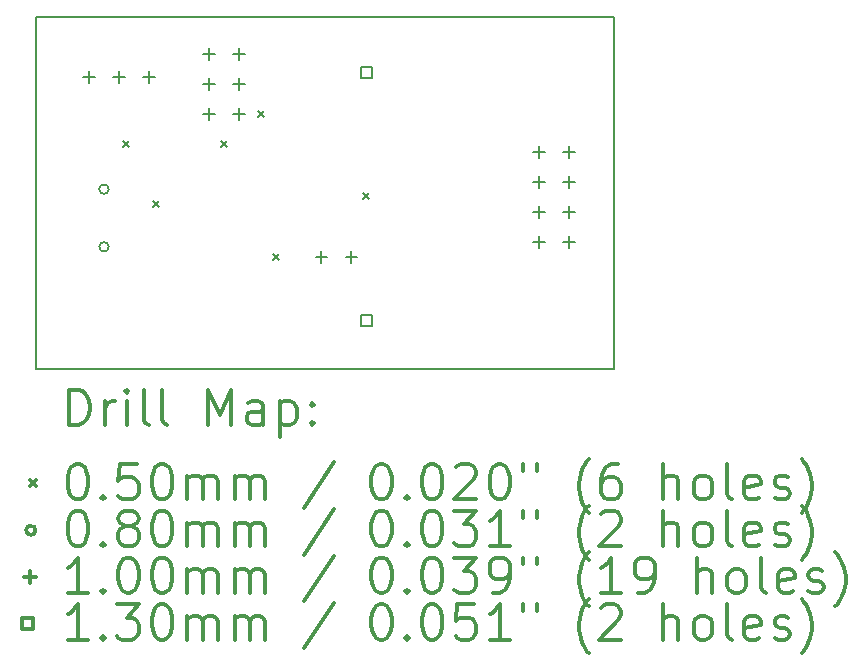
<source format=gbr>
%FSLAX45Y45*%
G04 Gerber Fmt 4.5, Leading zero omitted, Abs format (unit mm)*
G04 Created by KiCad (PCBNEW (5.0.1)-rc2) date 2018-11-22 19:59:01*
%MOMM*%
%LPD*%
G01*
G04 APERTURE LIST*
%ADD10C,0.150000*%
%ADD11C,0.200000*%
%ADD12C,0.300000*%
G04 APERTURE END LIST*
D10*
X20256500Y-8001000D02*
X20256500Y-5016500D01*
X15367000Y-8001000D02*
X20256500Y-8001000D01*
X15367000Y-5016500D02*
X15367000Y-8001000D01*
X20256500Y-5016500D02*
X15367000Y-5016500D01*
D11*
X16104000Y-6071000D02*
X16154000Y-6121000D01*
X16154000Y-6071000D02*
X16104000Y-6121000D01*
X16358000Y-6579000D02*
X16408000Y-6629000D01*
X16408000Y-6579000D02*
X16358000Y-6629000D01*
X16929500Y-6071000D02*
X16979500Y-6121000D01*
X16979500Y-6071000D02*
X16929500Y-6121000D01*
X17247000Y-5817000D02*
X17297000Y-5867000D01*
X17297000Y-5817000D02*
X17247000Y-5867000D01*
X17374000Y-7023500D02*
X17424000Y-7073500D01*
X17424000Y-7023500D02*
X17374000Y-7073500D01*
X18136000Y-6513900D02*
X18186000Y-6563900D01*
X18186000Y-6513900D02*
X18136000Y-6563900D01*
X15978500Y-6477000D02*
G75*
G03X15978500Y-6477000I-40000J0D01*
G01*
X15978500Y-6965000D02*
G75*
G03X15978500Y-6965000I-40000J0D01*
G01*
X16827500Y-5284000D02*
X16827500Y-5384000D01*
X16777500Y-5334000D02*
X16877500Y-5334000D01*
X16827500Y-5538000D02*
X16827500Y-5638000D01*
X16777500Y-5588000D02*
X16877500Y-5588000D01*
X16827500Y-5792000D02*
X16827500Y-5892000D01*
X16777500Y-5842000D02*
X16877500Y-5842000D01*
X17081500Y-5284000D02*
X17081500Y-5384000D01*
X17031500Y-5334000D02*
X17131500Y-5334000D01*
X17081500Y-5538000D02*
X17081500Y-5638000D01*
X17031500Y-5588000D02*
X17131500Y-5588000D01*
X17081500Y-5792000D02*
X17081500Y-5892000D01*
X17031500Y-5842000D02*
X17131500Y-5842000D01*
X19621500Y-6109500D02*
X19621500Y-6209500D01*
X19571500Y-6159500D02*
X19671500Y-6159500D01*
X19621500Y-6363500D02*
X19621500Y-6463500D01*
X19571500Y-6413500D02*
X19671500Y-6413500D01*
X19621500Y-6617500D02*
X19621500Y-6717500D01*
X19571500Y-6667500D02*
X19671500Y-6667500D01*
X19621500Y-6871500D02*
X19621500Y-6971500D01*
X19571500Y-6921500D02*
X19671500Y-6921500D01*
X19875500Y-6109500D02*
X19875500Y-6209500D01*
X19825500Y-6159500D02*
X19925500Y-6159500D01*
X19875500Y-6363500D02*
X19875500Y-6463500D01*
X19825500Y-6413500D02*
X19925500Y-6413500D01*
X19875500Y-6617500D02*
X19875500Y-6717500D01*
X19825500Y-6667500D02*
X19925500Y-6667500D01*
X19875500Y-6871500D02*
X19875500Y-6971500D01*
X19825500Y-6921500D02*
X19925500Y-6921500D01*
X17780000Y-6998500D02*
X17780000Y-7098500D01*
X17730000Y-7048500D02*
X17830000Y-7048500D01*
X18034000Y-6998500D02*
X18034000Y-7098500D01*
X17984000Y-7048500D02*
X18084000Y-7048500D01*
X15811500Y-5474500D02*
X15811500Y-5574500D01*
X15761500Y-5524500D02*
X15861500Y-5524500D01*
X16065500Y-5474500D02*
X16065500Y-5574500D01*
X16015500Y-5524500D02*
X16115500Y-5524500D01*
X16319500Y-5474500D02*
X16319500Y-5574500D01*
X16269500Y-5524500D02*
X16369500Y-5524500D01*
X18206962Y-5534962D02*
X18206962Y-5443038D01*
X18115038Y-5443038D01*
X18115038Y-5534962D01*
X18206962Y-5534962D01*
X18206962Y-7634962D02*
X18206962Y-7543038D01*
X18115038Y-7543038D01*
X18115038Y-7634962D01*
X18206962Y-7634962D01*
D12*
X15645928Y-8474214D02*
X15645928Y-8174214D01*
X15717357Y-8174214D01*
X15760214Y-8188500D01*
X15788786Y-8217071D01*
X15803071Y-8245643D01*
X15817357Y-8302786D01*
X15817357Y-8345643D01*
X15803071Y-8402786D01*
X15788786Y-8431357D01*
X15760214Y-8459929D01*
X15717357Y-8474214D01*
X15645928Y-8474214D01*
X15945928Y-8474214D02*
X15945928Y-8274214D01*
X15945928Y-8331357D02*
X15960214Y-8302786D01*
X15974500Y-8288500D01*
X16003071Y-8274214D01*
X16031643Y-8274214D01*
X16131643Y-8474214D02*
X16131643Y-8274214D01*
X16131643Y-8174214D02*
X16117357Y-8188500D01*
X16131643Y-8202786D01*
X16145928Y-8188500D01*
X16131643Y-8174214D01*
X16131643Y-8202786D01*
X16317357Y-8474214D02*
X16288786Y-8459929D01*
X16274500Y-8431357D01*
X16274500Y-8174214D01*
X16474500Y-8474214D02*
X16445928Y-8459929D01*
X16431643Y-8431357D01*
X16431643Y-8174214D01*
X16817357Y-8474214D02*
X16817357Y-8174214D01*
X16917357Y-8388500D01*
X17017357Y-8174214D01*
X17017357Y-8474214D01*
X17288786Y-8474214D02*
X17288786Y-8317071D01*
X17274500Y-8288500D01*
X17245928Y-8274214D01*
X17188786Y-8274214D01*
X17160214Y-8288500D01*
X17288786Y-8459929D02*
X17260214Y-8474214D01*
X17188786Y-8474214D01*
X17160214Y-8459929D01*
X17145928Y-8431357D01*
X17145928Y-8402786D01*
X17160214Y-8374214D01*
X17188786Y-8359929D01*
X17260214Y-8359929D01*
X17288786Y-8345643D01*
X17431643Y-8274214D02*
X17431643Y-8574214D01*
X17431643Y-8288500D02*
X17460214Y-8274214D01*
X17517357Y-8274214D01*
X17545928Y-8288500D01*
X17560214Y-8302786D01*
X17574500Y-8331357D01*
X17574500Y-8417072D01*
X17560214Y-8445643D01*
X17545928Y-8459929D01*
X17517357Y-8474214D01*
X17460214Y-8474214D01*
X17431643Y-8459929D01*
X17703071Y-8445643D02*
X17717357Y-8459929D01*
X17703071Y-8474214D01*
X17688786Y-8459929D01*
X17703071Y-8445643D01*
X17703071Y-8474214D01*
X17703071Y-8288500D02*
X17717357Y-8302786D01*
X17703071Y-8317071D01*
X17688786Y-8302786D01*
X17703071Y-8288500D01*
X17703071Y-8317071D01*
X15309500Y-8943500D02*
X15359500Y-8993500D01*
X15359500Y-8943500D02*
X15309500Y-8993500D01*
X15703071Y-8804214D02*
X15731643Y-8804214D01*
X15760214Y-8818500D01*
X15774500Y-8832786D01*
X15788786Y-8861357D01*
X15803071Y-8918500D01*
X15803071Y-8989929D01*
X15788786Y-9047072D01*
X15774500Y-9075643D01*
X15760214Y-9089929D01*
X15731643Y-9104214D01*
X15703071Y-9104214D01*
X15674500Y-9089929D01*
X15660214Y-9075643D01*
X15645928Y-9047072D01*
X15631643Y-8989929D01*
X15631643Y-8918500D01*
X15645928Y-8861357D01*
X15660214Y-8832786D01*
X15674500Y-8818500D01*
X15703071Y-8804214D01*
X15931643Y-9075643D02*
X15945928Y-9089929D01*
X15931643Y-9104214D01*
X15917357Y-9089929D01*
X15931643Y-9075643D01*
X15931643Y-9104214D01*
X16217357Y-8804214D02*
X16074500Y-8804214D01*
X16060214Y-8947072D01*
X16074500Y-8932786D01*
X16103071Y-8918500D01*
X16174500Y-8918500D01*
X16203071Y-8932786D01*
X16217357Y-8947072D01*
X16231643Y-8975643D01*
X16231643Y-9047072D01*
X16217357Y-9075643D01*
X16203071Y-9089929D01*
X16174500Y-9104214D01*
X16103071Y-9104214D01*
X16074500Y-9089929D01*
X16060214Y-9075643D01*
X16417357Y-8804214D02*
X16445928Y-8804214D01*
X16474500Y-8818500D01*
X16488786Y-8832786D01*
X16503071Y-8861357D01*
X16517357Y-8918500D01*
X16517357Y-8989929D01*
X16503071Y-9047072D01*
X16488786Y-9075643D01*
X16474500Y-9089929D01*
X16445928Y-9104214D01*
X16417357Y-9104214D01*
X16388786Y-9089929D01*
X16374500Y-9075643D01*
X16360214Y-9047072D01*
X16345928Y-8989929D01*
X16345928Y-8918500D01*
X16360214Y-8861357D01*
X16374500Y-8832786D01*
X16388786Y-8818500D01*
X16417357Y-8804214D01*
X16645928Y-9104214D02*
X16645928Y-8904214D01*
X16645928Y-8932786D02*
X16660214Y-8918500D01*
X16688786Y-8904214D01*
X16731643Y-8904214D01*
X16760214Y-8918500D01*
X16774500Y-8947072D01*
X16774500Y-9104214D01*
X16774500Y-8947072D02*
X16788786Y-8918500D01*
X16817357Y-8904214D01*
X16860214Y-8904214D01*
X16888786Y-8918500D01*
X16903071Y-8947072D01*
X16903071Y-9104214D01*
X17045928Y-9104214D02*
X17045928Y-8904214D01*
X17045928Y-8932786D02*
X17060214Y-8918500D01*
X17088786Y-8904214D01*
X17131643Y-8904214D01*
X17160214Y-8918500D01*
X17174500Y-8947072D01*
X17174500Y-9104214D01*
X17174500Y-8947072D02*
X17188786Y-8918500D01*
X17217357Y-8904214D01*
X17260214Y-8904214D01*
X17288786Y-8918500D01*
X17303071Y-8947072D01*
X17303071Y-9104214D01*
X17888786Y-8789929D02*
X17631643Y-9175643D01*
X18274500Y-8804214D02*
X18303071Y-8804214D01*
X18331643Y-8818500D01*
X18345928Y-8832786D01*
X18360214Y-8861357D01*
X18374500Y-8918500D01*
X18374500Y-8989929D01*
X18360214Y-9047072D01*
X18345928Y-9075643D01*
X18331643Y-9089929D01*
X18303071Y-9104214D01*
X18274500Y-9104214D01*
X18245928Y-9089929D01*
X18231643Y-9075643D01*
X18217357Y-9047072D01*
X18203071Y-8989929D01*
X18203071Y-8918500D01*
X18217357Y-8861357D01*
X18231643Y-8832786D01*
X18245928Y-8818500D01*
X18274500Y-8804214D01*
X18503071Y-9075643D02*
X18517357Y-9089929D01*
X18503071Y-9104214D01*
X18488786Y-9089929D01*
X18503071Y-9075643D01*
X18503071Y-9104214D01*
X18703071Y-8804214D02*
X18731643Y-8804214D01*
X18760214Y-8818500D01*
X18774500Y-8832786D01*
X18788786Y-8861357D01*
X18803071Y-8918500D01*
X18803071Y-8989929D01*
X18788786Y-9047072D01*
X18774500Y-9075643D01*
X18760214Y-9089929D01*
X18731643Y-9104214D01*
X18703071Y-9104214D01*
X18674500Y-9089929D01*
X18660214Y-9075643D01*
X18645928Y-9047072D01*
X18631643Y-8989929D01*
X18631643Y-8918500D01*
X18645928Y-8861357D01*
X18660214Y-8832786D01*
X18674500Y-8818500D01*
X18703071Y-8804214D01*
X18917357Y-8832786D02*
X18931643Y-8818500D01*
X18960214Y-8804214D01*
X19031643Y-8804214D01*
X19060214Y-8818500D01*
X19074500Y-8832786D01*
X19088786Y-8861357D01*
X19088786Y-8889929D01*
X19074500Y-8932786D01*
X18903071Y-9104214D01*
X19088786Y-9104214D01*
X19274500Y-8804214D02*
X19303071Y-8804214D01*
X19331643Y-8818500D01*
X19345928Y-8832786D01*
X19360214Y-8861357D01*
X19374500Y-8918500D01*
X19374500Y-8989929D01*
X19360214Y-9047072D01*
X19345928Y-9075643D01*
X19331643Y-9089929D01*
X19303071Y-9104214D01*
X19274500Y-9104214D01*
X19245928Y-9089929D01*
X19231643Y-9075643D01*
X19217357Y-9047072D01*
X19203071Y-8989929D01*
X19203071Y-8918500D01*
X19217357Y-8861357D01*
X19231643Y-8832786D01*
X19245928Y-8818500D01*
X19274500Y-8804214D01*
X19488786Y-8804214D02*
X19488786Y-8861357D01*
X19603071Y-8804214D02*
X19603071Y-8861357D01*
X20045928Y-9218500D02*
X20031643Y-9204214D01*
X20003071Y-9161357D01*
X19988786Y-9132786D01*
X19974500Y-9089929D01*
X19960214Y-9018500D01*
X19960214Y-8961357D01*
X19974500Y-8889929D01*
X19988786Y-8847072D01*
X20003071Y-8818500D01*
X20031643Y-8775643D01*
X20045928Y-8761357D01*
X20288786Y-8804214D02*
X20231643Y-8804214D01*
X20203071Y-8818500D01*
X20188786Y-8832786D01*
X20160214Y-8875643D01*
X20145928Y-8932786D01*
X20145928Y-9047072D01*
X20160214Y-9075643D01*
X20174500Y-9089929D01*
X20203071Y-9104214D01*
X20260214Y-9104214D01*
X20288786Y-9089929D01*
X20303071Y-9075643D01*
X20317357Y-9047072D01*
X20317357Y-8975643D01*
X20303071Y-8947072D01*
X20288786Y-8932786D01*
X20260214Y-8918500D01*
X20203071Y-8918500D01*
X20174500Y-8932786D01*
X20160214Y-8947072D01*
X20145928Y-8975643D01*
X20674500Y-9104214D02*
X20674500Y-8804214D01*
X20803071Y-9104214D02*
X20803071Y-8947072D01*
X20788786Y-8918500D01*
X20760214Y-8904214D01*
X20717357Y-8904214D01*
X20688786Y-8918500D01*
X20674500Y-8932786D01*
X20988786Y-9104214D02*
X20960214Y-9089929D01*
X20945928Y-9075643D01*
X20931643Y-9047072D01*
X20931643Y-8961357D01*
X20945928Y-8932786D01*
X20960214Y-8918500D01*
X20988786Y-8904214D01*
X21031643Y-8904214D01*
X21060214Y-8918500D01*
X21074500Y-8932786D01*
X21088786Y-8961357D01*
X21088786Y-9047072D01*
X21074500Y-9075643D01*
X21060214Y-9089929D01*
X21031643Y-9104214D01*
X20988786Y-9104214D01*
X21260214Y-9104214D02*
X21231643Y-9089929D01*
X21217357Y-9061357D01*
X21217357Y-8804214D01*
X21488786Y-9089929D02*
X21460214Y-9104214D01*
X21403071Y-9104214D01*
X21374500Y-9089929D01*
X21360214Y-9061357D01*
X21360214Y-8947072D01*
X21374500Y-8918500D01*
X21403071Y-8904214D01*
X21460214Y-8904214D01*
X21488786Y-8918500D01*
X21503071Y-8947072D01*
X21503071Y-8975643D01*
X21360214Y-9004214D01*
X21617357Y-9089929D02*
X21645928Y-9104214D01*
X21703071Y-9104214D01*
X21731643Y-9089929D01*
X21745928Y-9061357D01*
X21745928Y-9047072D01*
X21731643Y-9018500D01*
X21703071Y-9004214D01*
X21660214Y-9004214D01*
X21631643Y-8989929D01*
X21617357Y-8961357D01*
X21617357Y-8947072D01*
X21631643Y-8918500D01*
X21660214Y-8904214D01*
X21703071Y-8904214D01*
X21731643Y-8918500D01*
X21845928Y-9218500D02*
X21860214Y-9204214D01*
X21888786Y-9161357D01*
X21903071Y-9132786D01*
X21917357Y-9089929D01*
X21931643Y-9018500D01*
X21931643Y-8961357D01*
X21917357Y-8889929D01*
X21903071Y-8847072D01*
X21888786Y-8818500D01*
X21860214Y-8775643D01*
X21845928Y-8761357D01*
X15359500Y-9364500D02*
G75*
G03X15359500Y-9364500I-40000J0D01*
G01*
X15703071Y-9200214D02*
X15731643Y-9200214D01*
X15760214Y-9214500D01*
X15774500Y-9228786D01*
X15788786Y-9257357D01*
X15803071Y-9314500D01*
X15803071Y-9385929D01*
X15788786Y-9443072D01*
X15774500Y-9471643D01*
X15760214Y-9485929D01*
X15731643Y-9500214D01*
X15703071Y-9500214D01*
X15674500Y-9485929D01*
X15660214Y-9471643D01*
X15645928Y-9443072D01*
X15631643Y-9385929D01*
X15631643Y-9314500D01*
X15645928Y-9257357D01*
X15660214Y-9228786D01*
X15674500Y-9214500D01*
X15703071Y-9200214D01*
X15931643Y-9471643D02*
X15945928Y-9485929D01*
X15931643Y-9500214D01*
X15917357Y-9485929D01*
X15931643Y-9471643D01*
X15931643Y-9500214D01*
X16117357Y-9328786D02*
X16088786Y-9314500D01*
X16074500Y-9300214D01*
X16060214Y-9271643D01*
X16060214Y-9257357D01*
X16074500Y-9228786D01*
X16088786Y-9214500D01*
X16117357Y-9200214D01*
X16174500Y-9200214D01*
X16203071Y-9214500D01*
X16217357Y-9228786D01*
X16231643Y-9257357D01*
X16231643Y-9271643D01*
X16217357Y-9300214D01*
X16203071Y-9314500D01*
X16174500Y-9328786D01*
X16117357Y-9328786D01*
X16088786Y-9343072D01*
X16074500Y-9357357D01*
X16060214Y-9385929D01*
X16060214Y-9443072D01*
X16074500Y-9471643D01*
X16088786Y-9485929D01*
X16117357Y-9500214D01*
X16174500Y-9500214D01*
X16203071Y-9485929D01*
X16217357Y-9471643D01*
X16231643Y-9443072D01*
X16231643Y-9385929D01*
X16217357Y-9357357D01*
X16203071Y-9343072D01*
X16174500Y-9328786D01*
X16417357Y-9200214D02*
X16445928Y-9200214D01*
X16474500Y-9214500D01*
X16488786Y-9228786D01*
X16503071Y-9257357D01*
X16517357Y-9314500D01*
X16517357Y-9385929D01*
X16503071Y-9443072D01*
X16488786Y-9471643D01*
X16474500Y-9485929D01*
X16445928Y-9500214D01*
X16417357Y-9500214D01*
X16388786Y-9485929D01*
X16374500Y-9471643D01*
X16360214Y-9443072D01*
X16345928Y-9385929D01*
X16345928Y-9314500D01*
X16360214Y-9257357D01*
X16374500Y-9228786D01*
X16388786Y-9214500D01*
X16417357Y-9200214D01*
X16645928Y-9500214D02*
X16645928Y-9300214D01*
X16645928Y-9328786D02*
X16660214Y-9314500D01*
X16688786Y-9300214D01*
X16731643Y-9300214D01*
X16760214Y-9314500D01*
X16774500Y-9343072D01*
X16774500Y-9500214D01*
X16774500Y-9343072D02*
X16788786Y-9314500D01*
X16817357Y-9300214D01*
X16860214Y-9300214D01*
X16888786Y-9314500D01*
X16903071Y-9343072D01*
X16903071Y-9500214D01*
X17045928Y-9500214D02*
X17045928Y-9300214D01*
X17045928Y-9328786D02*
X17060214Y-9314500D01*
X17088786Y-9300214D01*
X17131643Y-9300214D01*
X17160214Y-9314500D01*
X17174500Y-9343072D01*
X17174500Y-9500214D01*
X17174500Y-9343072D02*
X17188786Y-9314500D01*
X17217357Y-9300214D01*
X17260214Y-9300214D01*
X17288786Y-9314500D01*
X17303071Y-9343072D01*
X17303071Y-9500214D01*
X17888786Y-9185929D02*
X17631643Y-9571643D01*
X18274500Y-9200214D02*
X18303071Y-9200214D01*
X18331643Y-9214500D01*
X18345928Y-9228786D01*
X18360214Y-9257357D01*
X18374500Y-9314500D01*
X18374500Y-9385929D01*
X18360214Y-9443072D01*
X18345928Y-9471643D01*
X18331643Y-9485929D01*
X18303071Y-9500214D01*
X18274500Y-9500214D01*
X18245928Y-9485929D01*
X18231643Y-9471643D01*
X18217357Y-9443072D01*
X18203071Y-9385929D01*
X18203071Y-9314500D01*
X18217357Y-9257357D01*
X18231643Y-9228786D01*
X18245928Y-9214500D01*
X18274500Y-9200214D01*
X18503071Y-9471643D02*
X18517357Y-9485929D01*
X18503071Y-9500214D01*
X18488786Y-9485929D01*
X18503071Y-9471643D01*
X18503071Y-9500214D01*
X18703071Y-9200214D02*
X18731643Y-9200214D01*
X18760214Y-9214500D01*
X18774500Y-9228786D01*
X18788786Y-9257357D01*
X18803071Y-9314500D01*
X18803071Y-9385929D01*
X18788786Y-9443072D01*
X18774500Y-9471643D01*
X18760214Y-9485929D01*
X18731643Y-9500214D01*
X18703071Y-9500214D01*
X18674500Y-9485929D01*
X18660214Y-9471643D01*
X18645928Y-9443072D01*
X18631643Y-9385929D01*
X18631643Y-9314500D01*
X18645928Y-9257357D01*
X18660214Y-9228786D01*
X18674500Y-9214500D01*
X18703071Y-9200214D01*
X18903071Y-9200214D02*
X19088786Y-9200214D01*
X18988786Y-9314500D01*
X19031643Y-9314500D01*
X19060214Y-9328786D01*
X19074500Y-9343072D01*
X19088786Y-9371643D01*
X19088786Y-9443072D01*
X19074500Y-9471643D01*
X19060214Y-9485929D01*
X19031643Y-9500214D01*
X18945928Y-9500214D01*
X18917357Y-9485929D01*
X18903071Y-9471643D01*
X19374500Y-9500214D02*
X19203071Y-9500214D01*
X19288786Y-9500214D02*
X19288786Y-9200214D01*
X19260214Y-9243072D01*
X19231643Y-9271643D01*
X19203071Y-9285929D01*
X19488786Y-9200214D02*
X19488786Y-9257357D01*
X19603071Y-9200214D02*
X19603071Y-9257357D01*
X20045928Y-9614500D02*
X20031643Y-9600214D01*
X20003071Y-9557357D01*
X19988786Y-9528786D01*
X19974500Y-9485929D01*
X19960214Y-9414500D01*
X19960214Y-9357357D01*
X19974500Y-9285929D01*
X19988786Y-9243072D01*
X20003071Y-9214500D01*
X20031643Y-9171643D01*
X20045928Y-9157357D01*
X20145928Y-9228786D02*
X20160214Y-9214500D01*
X20188786Y-9200214D01*
X20260214Y-9200214D01*
X20288786Y-9214500D01*
X20303071Y-9228786D01*
X20317357Y-9257357D01*
X20317357Y-9285929D01*
X20303071Y-9328786D01*
X20131643Y-9500214D01*
X20317357Y-9500214D01*
X20674500Y-9500214D02*
X20674500Y-9200214D01*
X20803071Y-9500214D02*
X20803071Y-9343072D01*
X20788786Y-9314500D01*
X20760214Y-9300214D01*
X20717357Y-9300214D01*
X20688786Y-9314500D01*
X20674500Y-9328786D01*
X20988786Y-9500214D02*
X20960214Y-9485929D01*
X20945928Y-9471643D01*
X20931643Y-9443072D01*
X20931643Y-9357357D01*
X20945928Y-9328786D01*
X20960214Y-9314500D01*
X20988786Y-9300214D01*
X21031643Y-9300214D01*
X21060214Y-9314500D01*
X21074500Y-9328786D01*
X21088786Y-9357357D01*
X21088786Y-9443072D01*
X21074500Y-9471643D01*
X21060214Y-9485929D01*
X21031643Y-9500214D01*
X20988786Y-9500214D01*
X21260214Y-9500214D02*
X21231643Y-9485929D01*
X21217357Y-9457357D01*
X21217357Y-9200214D01*
X21488786Y-9485929D02*
X21460214Y-9500214D01*
X21403071Y-9500214D01*
X21374500Y-9485929D01*
X21360214Y-9457357D01*
X21360214Y-9343072D01*
X21374500Y-9314500D01*
X21403071Y-9300214D01*
X21460214Y-9300214D01*
X21488786Y-9314500D01*
X21503071Y-9343072D01*
X21503071Y-9371643D01*
X21360214Y-9400214D01*
X21617357Y-9485929D02*
X21645928Y-9500214D01*
X21703071Y-9500214D01*
X21731643Y-9485929D01*
X21745928Y-9457357D01*
X21745928Y-9443072D01*
X21731643Y-9414500D01*
X21703071Y-9400214D01*
X21660214Y-9400214D01*
X21631643Y-9385929D01*
X21617357Y-9357357D01*
X21617357Y-9343072D01*
X21631643Y-9314500D01*
X21660214Y-9300214D01*
X21703071Y-9300214D01*
X21731643Y-9314500D01*
X21845928Y-9614500D02*
X21860214Y-9600214D01*
X21888786Y-9557357D01*
X21903071Y-9528786D01*
X21917357Y-9485929D01*
X21931643Y-9414500D01*
X21931643Y-9357357D01*
X21917357Y-9285929D01*
X21903071Y-9243072D01*
X21888786Y-9214500D01*
X21860214Y-9171643D01*
X21845928Y-9157357D01*
X15309500Y-9710500D02*
X15309500Y-9810500D01*
X15259500Y-9760500D02*
X15359500Y-9760500D01*
X15803071Y-9896214D02*
X15631643Y-9896214D01*
X15717357Y-9896214D02*
X15717357Y-9596214D01*
X15688786Y-9639072D01*
X15660214Y-9667643D01*
X15631643Y-9681929D01*
X15931643Y-9867643D02*
X15945928Y-9881929D01*
X15931643Y-9896214D01*
X15917357Y-9881929D01*
X15931643Y-9867643D01*
X15931643Y-9896214D01*
X16131643Y-9596214D02*
X16160214Y-9596214D01*
X16188786Y-9610500D01*
X16203071Y-9624786D01*
X16217357Y-9653357D01*
X16231643Y-9710500D01*
X16231643Y-9781929D01*
X16217357Y-9839072D01*
X16203071Y-9867643D01*
X16188786Y-9881929D01*
X16160214Y-9896214D01*
X16131643Y-9896214D01*
X16103071Y-9881929D01*
X16088786Y-9867643D01*
X16074500Y-9839072D01*
X16060214Y-9781929D01*
X16060214Y-9710500D01*
X16074500Y-9653357D01*
X16088786Y-9624786D01*
X16103071Y-9610500D01*
X16131643Y-9596214D01*
X16417357Y-9596214D02*
X16445928Y-9596214D01*
X16474500Y-9610500D01*
X16488786Y-9624786D01*
X16503071Y-9653357D01*
X16517357Y-9710500D01*
X16517357Y-9781929D01*
X16503071Y-9839072D01*
X16488786Y-9867643D01*
X16474500Y-9881929D01*
X16445928Y-9896214D01*
X16417357Y-9896214D01*
X16388786Y-9881929D01*
X16374500Y-9867643D01*
X16360214Y-9839072D01*
X16345928Y-9781929D01*
X16345928Y-9710500D01*
X16360214Y-9653357D01*
X16374500Y-9624786D01*
X16388786Y-9610500D01*
X16417357Y-9596214D01*
X16645928Y-9896214D02*
X16645928Y-9696214D01*
X16645928Y-9724786D02*
X16660214Y-9710500D01*
X16688786Y-9696214D01*
X16731643Y-9696214D01*
X16760214Y-9710500D01*
X16774500Y-9739072D01*
X16774500Y-9896214D01*
X16774500Y-9739072D02*
X16788786Y-9710500D01*
X16817357Y-9696214D01*
X16860214Y-9696214D01*
X16888786Y-9710500D01*
X16903071Y-9739072D01*
X16903071Y-9896214D01*
X17045928Y-9896214D02*
X17045928Y-9696214D01*
X17045928Y-9724786D02*
X17060214Y-9710500D01*
X17088786Y-9696214D01*
X17131643Y-9696214D01*
X17160214Y-9710500D01*
X17174500Y-9739072D01*
X17174500Y-9896214D01*
X17174500Y-9739072D02*
X17188786Y-9710500D01*
X17217357Y-9696214D01*
X17260214Y-9696214D01*
X17288786Y-9710500D01*
X17303071Y-9739072D01*
X17303071Y-9896214D01*
X17888786Y-9581929D02*
X17631643Y-9967643D01*
X18274500Y-9596214D02*
X18303071Y-9596214D01*
X18331643Y-9610500D01*
X18345928Y-9624786D01*
X18360214Y-9653357D01*
X18374500Y-9710500D01*
X18374500Y-9781929D01*
X18360214Y-9839072D01*
X18345928Y-9867643D01*
X18331643Y-9881929D01*
X18303071Y-9896214D01*
X18274500Y-9896214D01*
X18245928Y-9881929D01*
X18231643Y-9867643D01*
X18217357Y-9839072D01*
X18203071Y-9781929D01*
X18203071Y-9710500D01*
X18217357Y-9653357D01*
X18231643Y-9624786D01*
X18245928Y-9610500D01*
X18274500Y-9596214D01*
X18503071Y-9867643D02*
X18517357Y-9881929D01*
X18503071Y-9896214D01*
X18488786Y-9881929D01*
X18503071Y-9867643D01*
X18503071Y-9896214D01*
X18703071Y-9596214D02*
X18731643Y-9596214D01*
X18760214Y-9610500D01*
X18774500Y-9624786D01*
X18788786Y-9653357D01*
X18803071Y-9710500D01*
X18803071Y-9781929D01*
X18788786Y-9839072D01*
X18774500Y-9867643D01*
X18760214Y-9881929D01*
X18731643Y-9896214D01*
X18703071Y-9896214D01*
X18674500Y-9881929D01*
X18660214Y-9867643D01*
X18645928Y-9839072D01*
X18631643Y-9781929D01*
X18631643Y-9710500D01*
X18645928Y-9653357D01*
X18660214Y-9624786D01*
X18674500Y-9610500D01*
X18703071Y-9596214D01*
X18903071Y-9596214D02*
X19088786Y-9596214D01*
X18988786Y-9710500D01*
X19031643Y-9710500D01*
X19060214Y-9724786D01*
X19074500Y-9739072D01*
X19088786Y-9767643D01*
X19088786Y-9839072D01*
X19074500Y-9867643D01*
X19060214Y-9881929D01*
X19031643Y-9896214D01*
X18945928Y-9896214D01*
X18917357Y-9881929D01*
X18903071Y-9867643D01*
X19231643Y-9896214D02*
X19288786Y-9896214D01*
X19317357Y-9881929D01*
X19331643Y-9867643D01*
X19360214Y-9824786D01*
X19374500Y-9767643D01*
X19374500Y-9653357D01*
X19360214Y-9624786D01*
X19345928Y-9610500D01*
X19317357Y-9596214D01*
X19260214Y-9596214D01*
X19231643Y-9610500D01*
X19217357Y-9624786D01*
X19203071Y-9653357D01*
X19203071Y-9724786D01*
X19217357Y-9753357D01*
X19231643Y-9767643D01*
X19260214Y-9781929D01*
X19317357Y-9781929D01*
X19345928Y-9767643D01*
X19360214Y-9753357D01*
X19374500Y-9724786D01*
X19488786Y-9596214D02*
X19488786Y-9653357D01*
X19603071Y-9596214D02*
X19603071Y-9653357D01*
X20045928Y-10010500D02*
X20031643Y-9996214D01*
X20003071Y-9953357D01*
X19988786Y-9924786D01*
X19974500Y-9881929D01*
X19960214Y-9810500D01*
X19960214Y-9753357D01*
X19974500Y-9681929D01*
X19988786Y-9639072D01*
X20003071Y-9610500D01*
X20031643Y-9567643D01*
X20045928Y-9553357D01*
X20317357Y-9896214D02*
X20145928Y-9896214D01*
X20231643Y-9896214D02*
X20231643Y-9596214D01*
X20203071Y-9639072D01*
X20174500Y-9667643D01*
X20145928Y-9681929D01*
X20460214Y-9896214D02*
X20517357Y-9896214D01*
X20545928Y-9881929D01*
X20560214Y-9867643D01*
X20588786Y-9824786D01*
X20603071Y-9767643D01*
X20603071Y-9653357D01*
X20588786Y-9624786D01*
X20574500Y-9610500D01*
X20545928Y-9596214D01*
X20488786Y-9596214D01*
X20460214Y-9610500D01*
X20445928Y-9624786D01*
X20431643Y-9653357D01*
X20431643Y-9724786D01*
X20445928Y-9753357D01*
X20460214Y-9767643D01*
X20488786Y-9781929D01*
X20545928Y-9781929D01*
X20574500Y-9767643D01*
X20588786Y-9753357D01*
X20603071Y-9724786D01*
X20960214Y-9896214D02*
X20960214Y-9596214D01*
X21088786Y-9896214D02*
X21088786Y-9739072D01*
X21074500Y-9710500D01*
X21045928Y-9696214D01*
X21003071Y-9696214D01*
X20974500Y-9710500D01*
X20960214Y-9724786D01*
X21274500Y-9896214D02*
X21245928Y-9881929D01*
X21231643Y-9867643D01*
X21217357Y-9839072D01*
X21217357Y-9753357D01*
X21231643Y-9724786D01*
X21245928Y-9710500D01*
X21274500Y-9696214D01*
X21317357Y-9696214D01*
X21345928Y-9710500D01*
X21360214Y-9724786D01*
X21374500Y-9753357D01*
X21374500Y-9839072D01*
X21360214Y-9867643D01*
X21345928Y-9881929D01*
X21317357Y-9896214D01*
X21274500Y-9896214D01*
X21545928Y-9896214D02*
X21517357Y-9881929D01*
X21503071Y-9853357D01*
X21503071Y-9596214D01*
X21774500Y-9881929D02*
X21745928Y-9896214D01*
X21688786Y-9896214D01*
X21660214Y-9881929D01*
X21645928Y-9853357D01*
X21645928Y-9739072D01*
X21660214Y-9710500D01*
X21688786Y-9696214D01*
X21745928Y-9696214D01*
X21774500Y-9710500D01*
X21788786Y-9739072D01*
X21788786Y-9767643D01*
X21645928Y-9796214D01*
X21903071Y-9881929D02*
X21931643Y-9896214D01*
X21988786Y-9896214D01*
X22017357Y-9881929D01*
X22031643Y-9853357D01*
X22031643Y-9839072D01*
X22017357Y-9810500D01*
X21988786Y-9796214D01*
X21945928Y-9796214D01*
X21917357Y-9781929D01*
X21903071Y-9753357D01*
X21903071Y-9739072D01*
X21917357Y-9710500D01*
X21945928Y-9696214D01*
X21988786Y-9696214D01*
X22017357Y-9710500D01*
X22131643Y-10010500D02*
X22145928Y-9996214D01*
X22174500Y-9953357D01*
X22188786Y-9924786D01*
X22203071Y-9881929D01*
X22217357Y-9810500D01*
X22217357Y-9753357D01*
X22203071Y-9681929D01*
X22188786Y-9639072D01*
X22174500Y-9610500D01*
X22145928Y-9567643D01*
X22131643Y-9553357D01*
X15340462Y-10202463D02*
X15340462Y-10110538D01*
X15248537Y-10110538D01*
X15248537Y-10202463D01*
X15340462Y-10202463D01*
X15803071Y-10292214D02*
X15631643Y-10292214D01*
X15717357Y-10292214D02*
X15717357Y-9992214D01*
X15688786Y-10035072D01*
X15660214Y-10063643D01*
X15631643Y-10077929D01*
X15931643Y-10263643D02*
X15945928Y-10277929D01*
X15931643Y-10292214D01*
X15917357Y-10277929D01*
X15931643Y-10263643D01*
X15931643Y-10292214D01*
X16045928Y-9992214D02*
X16231643Y-9992214D01*
X16131643Y-10106500D01*
X16174500Y-10106500D01*
X16203071Y-10120786D01*
X16217357Y-10135072D01*
X16231643Y-10163643D01*
X16231643Y-10235072D01*
X16217357Y-10263643D01*
X16203071Y-10277929D01*
X16174500Y-10292214D01*
X16088786Y-10292214D01*
X16060214Y-10277929D01*
X16045928Y-10263643D01*
X16417357Y-9992214D02*
X16445928Y-9992214D01*
X16474500Y-10006500D01*
X16488786Y-10020786D01*
X16503071Y-10049357D01*
X16517357Y-10106500D01*
X16517357Y-10177929D01*
X16503071Y-10235072D01*
X16488786Y-10263643D01*
X16474500Y-10277929D01*
X16445928Y-10292214D01*
X16417357Y-10292214D01*
X16388786Y-10277929D01*
X16374500Y-10263643D01*
X16360214Y-10235072D01*
X16345928Y-10177929D01*
X16345928Y-10106500D01*
X16360214Y-10049357D01*
X16374500Y-10020786D01*
X16388786Y-10006500D01*
X16417357Y-9992214D01*
X16645928Y-10292214D02*
X16645928Y-10092214D01*
X16645928Y-10120786D02*
X16660214Y-10106500D01*
X16688786Y-10092214D01*
X16731643Y-10092214D01*
X16760214Y-10106500D01*
X16774500Y-10135072D01*
X16774500Y-10292214D01*
X16774500Y-10135072D02*
X16788786Y-10106500D01*
X16817357Y-10092214D01*
X16860214Y-10092214D01*
X16888786Y-10106500D01*
X16903071Y-10135072D01*
X16903071Y-10292214D01*
X17045928Y-10292214D02*
X17045928Y-10092214D01*
X17045928Y-10120786D02*
X17060214Y-10106500D01*
X17088786Y-10092214D01*
X17131643Y-10092214D01*
X17160214Y-10106500D01*
X17174500Y-10135072D01*
X17174500Y-10292214D01*
X17174500Y-10135072D02*
X17188786Y-10106500D01*
X17217357Y-10092214D01*
X17260214Y-10092214D01*
X17288786Y-10106500D01*
X17303071Y-10135072D01*
X17303071Y-10292214D01*
X17888786Y-9977929D02*
X17631643Y-10363643D01*
X18274500Y-9992214D02*
X18303071Y-9992214D01*
X18331643Y-10006500D01*
X18345928Y-10020786D01*
X18360214Y-10049357D01*
X18374500Y-10106500D01*
X18374500Y-10177929D01*
X18360214Y-10235072D01*
X18345928Y-10263643D01*
X18331643Y-10277929D01*
X18303071Y-10292214D01*
X18274500Y-10292214D01*
X18245928Y-10277929D01*
X18231643Y-10263643D01*
X18217357Y-10235072D01*
X18203071Y-10177929D01*
X18203071Y-10106500D01*
X18217357Y-10049357D01*
X18231643Y-10020786D01*
X18245928Y-10006500D01*
X18274500Y-9992214D01*
X18503071Y-10263643D02*
X18517357Y-10277929D01*
X18503071Y-10292214D01*
X18488786Y-10277929D01*
X18503071Y-10263643D01*
X18503071Y-10292214D01*
X18703071Y-9992214D02*
X18731643Y-9992214D01*
X18760214Y-10006500D01*
X18774500Y-10020786D01*
X18788786Y-10049357D01*
X18803071Y-10106500D01*
X18803071Y-10177929D01*
X18788786Y-10235072D01*
X18774500Y-10263643D01*
X18760214Y-10277929D01*
X18731643Y-10292214D01*
X18703071Y-10292214D01*
X18674500Y-10277929D01*
X18660214Y-10263643D01*
X18645928Y-10235072D01*
X18631643Y-10177929D01*
X18631643Y-10106500D01*
X18645928Y-10049357D01*
X18660214Y-10020786D01*
X18674500Y-10006500D01*
X18703071Y-9992214D01*
X19074500Y-9992214D02*
X18931643Y-9992214D01*
X18917357Y-10135072D01*
X18931643Y-10120786D01*
X18960214Y-10106500D01*
X19031643Y-10106500D01*
X19060214Y-10120786D01*
X19074500Y-10135072D01*
X19088786Y-10163643D01*
X19088786Y-10235072D01*
X19074500Y-10263643D01*
X19060214Y-10277929D01*
X19031643Y-10292214D01*
X18960214Y-10292214D01*
X18931643Y-10277929D01*
X18917357Y-10263643D01*
X19374500Y-10292214D02*
X19203071Y-10292214D01*
X19288786Y-10292214D02*
X19288786Y-9992214D01*
X19260214Y-10035072D01*
X19231643Y-10063643D01*
X19203071Y-10077929D01*
X19488786Y-9992214D02*
X19488786Y-10049357D01*
X19603071Y-9992214D02*
X19603071Y-10049357D01*
X20045928Y-10406500D02*
X20031643Y-10392214D01*
X20003071Y-10349357D01*
X19988786Y-10320786D01*
X19974500Y-10277929D01*
X19960214Y-10206500D01*
X19960214Y-10149357D01*
X19974500Y-10077929D01*
X19988786Y-10035072D01*
X20003071Y-10006500D01*
X20031643Y-9963643D01*
X20045928Y-9949357D01*
X20145928Y-10020786D02*
X20160214Y-10006500D01*
X20188786Y-9992214D01*
X20260214Y-9992214D01*
X20288786Y-10006500D01*
X20303071Y-10020786D01*
X20317357Y-10049357D01*
X20317357Y-10077929D01*
X20303071Y-10120786D01*
X20131643Y-10292214D01*
X20317357Y-10292214D01*
X20674500Y-10292214D02*
X20674500Y-9992214D01*
X20803071Y-10292214D02*
X20803071Y-10135072D01*
X20788786Y-10106500D01*
X20760214Y-10092214D01*
X20717357Y-10092214D01*
X20688786Y-10106500D01*
X20674500Y-10120786D01*
X20988786Y-10292214D02*
X20960214Y-10277929D01*
X20945928Y-10263643D01*
X20931643Y-10235072D01*
X20931643Y-10149357D01*
X20945928Y-10120786D01*
X20960214Y-10106500D01*
X20988786Y-10092214D01*
X21031643Y-10092214D01*
X21060214Y-10106500D01*
X21074500Y-10120786D01*
X21088786Y-10149357D01*
X21088786Y-10235072D01*
X21074500Y-10263643D01*
X21060214Y-10277929D01*
X21031643Y-10292214D01*
X20988786Y-10292214D01*
X21260214Y-10292214D02*
X21231643Y-10277929D01*
X21217357Y-10249357D01*
X21217357Y-9992214D01*
X21488786Y-10277929D02*
X21460214Y-10292214D01*
X21403071Y-10292214D01*
X21374500Y-10277929D01*
X21360214Y-10249357D01*
X21360214Y-10135072D01*
X21374500Y-10106500D01*
X21403071Y-10092214D01*
X21460214Y-10092214D01*
X21488786Y-10106500D01*
X21503071Y-10135072D01*
X21503071Y-10163643D01*
X21360214Y-10192214D01*
X21617357Y-10277929D02*
X21645928Y-10292214D01*
X21703071Y-10292214D01*
X21731643Y-10277929D01*
X21745928Y-10249357D01*
X21745928Y-10235072D01*
X21731643Y-10206500D01*
X21703071Y-10192214D01*
X21660214Y-10192214D01*
X21631643Y-10177929D01*
X21617357Y-10149357D01*
X21617357Y-10135072D01*
X21631643Y-10106500D01*
X21660214Y-10092214D01*
X21703071Y-10092214D01*
X21731643Y-10106500D01*
X21845928Y-10406500D02*
X21860214Y-10392214D01*
X21888786Y-10349357D01*
X21903071Y-10320786D01*
X21917357Y-10277929D01*
X21931643Y-10206500D01*
X21931643Y-10149357D01*
X21917357Y-10077929D01*
X21903071Y-10035072D01*
X21888786Y-10006500D01*
X21860214Y-9963643D01*
X21845928Y-9949357D01*
M02*

</source>
